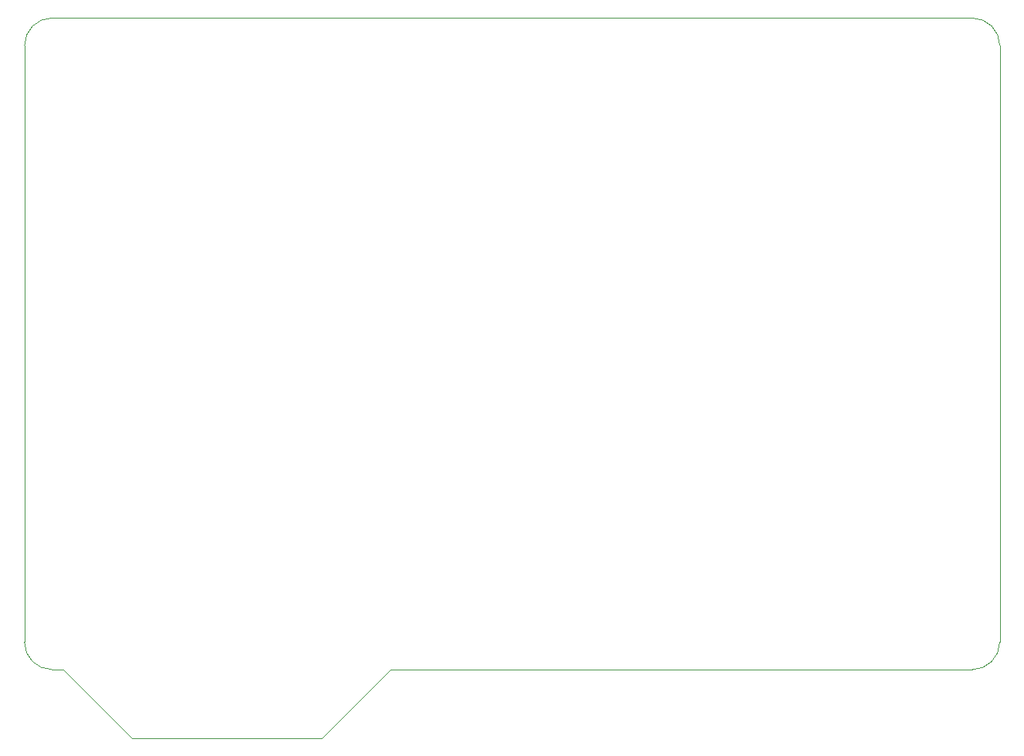
<source format=gbr>
%TF.GenerationSoftware,Altium Limited,Altium Designer,25.6.2 (33)*%
G04 Layer_Color=0*
%FSLAX45Y45*%
%MOMM*%
%TF.SameCoordinates,2E975FAE-7BB7-4674-B285-B64E5795C48D*%
%TF.FilePolarity,Positive*%
%TF.FileFunction,Profile,NP*%
%TF.Part,Single*%
G01*
G75*
%TA.AperFunction,Profile*%
%ADD151C,0.02540*%
D151*
X0Y-550000D02*
G03*
X300000Y-850000I300000J0D01*
G01*
X425287D01*
X1175288Y-1600000D01*
X3261014D01*
X4011014Y-850000D01*
X10400000D01*
D02*
G03*
X10700000Y-550000I0J300000D01*
G01*
Y6000000D01*
D02*
G03*
X10400000Y6300000I-300000J0D01*
G01*
X300000D01*
D02*
G03*
X0Y6000000I0J-300000D01*
G01*
Y-550000D01*
%TF.MD5,a5807629b420b7a81dbc114f6eee1411*%
M02*

</source>
